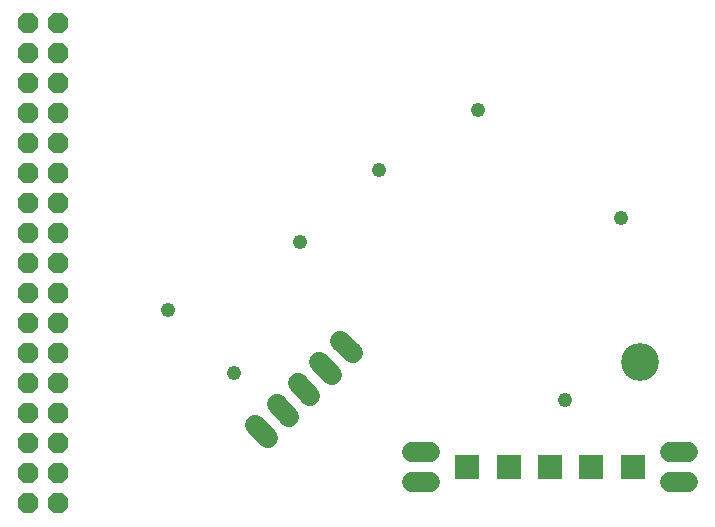
<source format=gbr>
G04 EAGLE Gerber RS-274X export*
G75*
%MOMM*%
%FSLAX34Y34*%
%LPD*%
%INSoldermask Bottom*%
%IPPOS*%
%AMOC8*
5,1,8,0,0,1.08239X$1,22.5*%
G01*
%ADD10C,3.203200*%
%ADD11C,1.727200*%
%ADD12P,1.869504X8X292.500000*%
%ADD13R,2.153200X2.153200*%
%ADD14C,1.209600*%


D10*
X533400Y132080D03*
D11*
X290229Y139753D02*
X279453Y150529D01*
X261492Y132569D02*
X272269Y121792D01*
X254308Y103832D02*
X243532Y114608D01*
X225571Y96648D02*
X236348Y85871D01*
X218387Y67911D02*
X207611Y78687D01*
X558800Y55880D02*
X574040Y55880D01*
X574040Y30480D02*
X558800Y30480D01*
D12*
X40640Y419100D03*
X15240Y419100D03*
X40640Y393700D03*
X15240Y393700D03*
X40640Y368300D03*
X15240Y368300D03*
X40640Y342900D03*
X15240Y342900D03*
X40640Y317500D03*
X15240Y317500D03*
X40640Y292100D03*
X15240Y292100D03*
X40640Y266700D03*
X15240Y266700D03*
X40640Y241300D03*
X15240Y241300D03*
X40640Y215900D03*
X15240Y215900D03*
X40640Y190500D03*
X15240Y190500D03*
X40640Y165100D03*
X15240Y165100D03*
X40640Y139700D03*
X15240Y139700D03*
X40640Y114300D03*
X15240Y114300D03*
X40640Y88900D03*
X15240Y88900D03*
X40640Y63500D03*
X15240Y63500D03*
X40640Y38100D03*
X15240Y38100D03*
X40640Y12700D03*
X15240Y12700D03*
D11*
X340360Y55880D02*
X355600Y55880D01*
X355600Y30480D02*
X340360Y30480D01*
D13*
X527200Y43180D03*
X492200Y43180D03*
X457200Y43180D03*
X422200Y43180D03*
X387200Y43180D03*
D14*
X516890Y254000D03*
X396240Y345440D03*
X245110Y233680D03*
X189230Y123190D03*
X133350Y176530D03*
X312420Y294640D03*
X469900Y100480D03*
M02*

</source>
